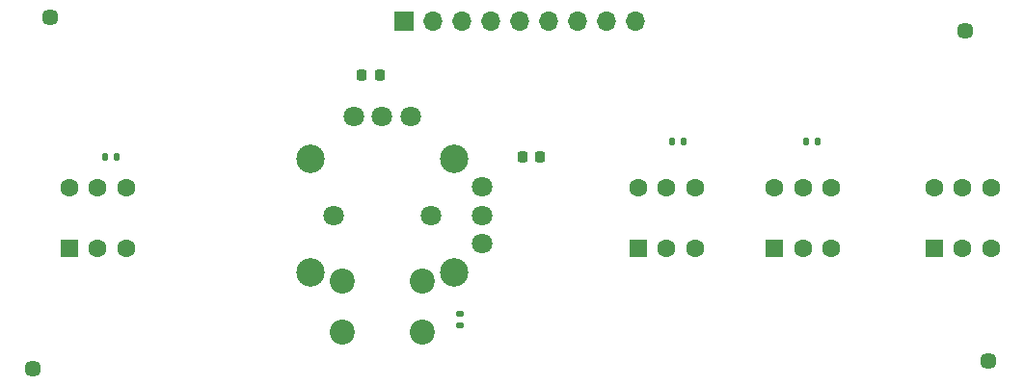
<source format=gbs>
%TF.GenerationSoftware,KiCad,Pcbnew,7.0.9-7.0.9~ubuntu23.10.1*%
%TF.CreationDate,2023-12-22T14:56:41-05:00*%
%TF.ProjectId,buttons,62757474-6f6e-4732-9e6b-696361645f70,rev?*%
%TF.SameCoordinates,Original*%
%TF.FileFunction,Soldermask,Bot*%
%TF.FilePolarity,Negative*%
%FSLAX46Y46*%
G04 Gerber Fmt 4.6, Leading zero omitted, Abs format (unit mm)*
G04 Created by KiCad (PCBNEW 7.0.9-7.0.9~ubuntu23.10.1) date 2023-12-22 14:56:41*
%MOMM*%
%LPD*%
G01*
G04 APERTURE LIST*
G04 Aperture macros list*
%AMRoundRect*
0 Rectangle with rounded corners*
0 $1 Rounding radius*
0 $2 $3 $4 $5 $6 $7 $8 $9 X,Y pos of 4 corners*
0 Add a 4 corners polygon primitive as box body*
4,1,4,$2,$3,$4,$5,$6,$7,$8,$9,$2,$3,0*
0 Add four circle primitives for the rounded corners*
1,1,$1+$1,$2,$3*
1,1,$1+$1,$4,$5*
1,1,$1+$1,$6,$7*
1,1,$1+$1,$8,$9*
0 Add four rect primitives between the rounded corners*
20,1,$1+$1,$2,$3,$4,$5,0*
20,1,$1+$1,$4,$5,$6,$7,0*
20,1,$1+$1,$6,$7,$8,$9,0*
20,1,$1+$1,$8,$9,$2,$3,0*%
G04 Aperture macros list end*
%ADD10C,1.448000*%
%ADD11C,1.600000*%
%ADD12R,1.600000X1.600000*%
%ADD13C,1.800000*%
%ADD14C,2.500000*%
%ADD15C,2.200000*%
%ADD16R,1.700000X1.700000*%
%ADD17O,1.700000X1.700000*%
%ADD18RoundRect,0.225000X0.225000X0.250000X-0.225000X0.250000X-0.225000X-0.250000X0.225000X-0.250000X0*%
%ADD19RoundRect,0.135000X0.135000X0.185000X-0.135000X0.185000X-0.135000X-0.185000X0.135000X-0.185000X0*%
%ADD20RoundRect,0.135000X0.185000X-0.135000X0.185000X0.135000X-0.185000X0.135000X-0.185000X-0.135000X0*%
G04 APERTURE END LIST*
D10*
%TO.C,*%
X106600000Y-92800000D03*
%TD*%
D11*
%TO.C,SW3*%
X175250000Y-107750000D03*
X172750000Y-107750000D03*
X170250000Y-107750000D03*
X175250000Y-113150000D03*
X172750000Y-113150000D03*
D12*
X170250000Y-113150000D03*
%TD*%
D11*
%TO.C,SW2*%
X163250000Y-107750000D03*
X160750000Y-107750000D03*
X158250000Y-107750000D03*
X163250000Y-113150000D03*
X160750000Y-113150000D03*
D12*
X158250000Y-113150000D03*
%TD*%
D11*
%TO.C,SW4*%
X189250000Y-107750000D03*
X186750000Y-107750000D03*
X184250000Y-107750000D03*
X189250000Y-113150000D03*
X186750000Y-113150000D03*
D12*
X184250000Y-113150000D03*
%TD*%
D13*
%TO.C,SW5*%
X131500000Y-110220000D03*
X140100000Y-110220000D03*
X144530000Y-112720000D03*
X144530000Y-110220000D03*
X144530000Y-107720000D03*
X138300000Y-101490000D03*
X135800000Y-101490000D03*
X133300000Y-101490000D03*
D14*
X129470000Y-105220000D03*
X129470000Y-115220000D03*
X142120000Y-115220000D03*
X142120000Y-105220000D03*
D15*
X132280000Y-116010000D03*
X132280000Y-120510000D03*
X139280000Y-116010000D03*
X139280000Y-120510000D03*
%TD*%
D11*
%TO.C,SW1*%
X113300000Y-107750000D03*
X110800000Y-107750000D03*
X108300000Y-107750000D03*
X113300000Y-113150000D03*
X110800000Y-113150000D03*
D12*
X108300000Y-113150000D03*
%TD*%
D10*
%TO.C,*%
X187000000Y-94000000D03*
%TD*%
D16*
%TO.C,J1*%
X137750000Y-93175000D03*
D17*
X140290000Y-93175000D03*
X142830000Y-93175000D03*
X145370000Y-93175000D03*
X147910000Y-93175000D03*
X150450000Y-93175000D03*
X152990000Y-93175000D03*
X155530000Y-93175000D03*
X158070000Y-93175000D03*
%TD*%
D10*
%TO.C,*%
X105100000Y-123700000D03*
%TD*%
%TO.C,*%
X189000000Y-123000000D03*
%TD*%
D18*
%TO.C,C1*%
X149675000Y-105100000D03*
X148125000Y-105100000D03*
%TD*%
D19*
%TO.C,R2*%
X112510000Y-105100000D03*
X111490000Y-105100000D03*
%TD*%
D20*
%TO.C,R1*%
X142600000Y-119910000D03*
X142600000Y-118890000D03*
%TD*%
D19*
%TO.C,R3*%
X162260000Y-103750000D03*
X161240000Y-103750000D03*
%TD*%
%TO.C,R4*%
X174010000Y-103750000D03*
X172990000Y-103750000D03*
%TD*%
D18*
%TO.C,C2*%
X135575000Y-97900000D03*
X134025000Y-97900000D03*
%TD*%
M02*

</source>
